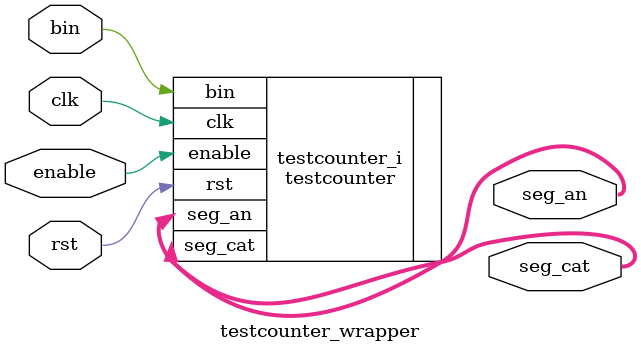
<source format=v>
`timescale 1 ps / 1 ps

module testcounter_wrapper
   (bin,
    clk,
    enable,
    rst,
    seg_an,
    seg_cat);
  input bin;
  input clk;
  input enable;
  input rst;
  output [3:0]seg_an;
  output [7:0]seg_cat;

  wire bin;
  wire clk;
  wire enable;
  wire rst;
  wire [3:0]seg_an;
  wire [7:0]seg_cat;

  testcounter testcounter_i
       (.bin(bin),
        .clk(clk),
        .enable(enable),
        .rst(rst),
        .seg_an(seg_an),
        .seg_cat(seg_cat));
endmodule

</source>
